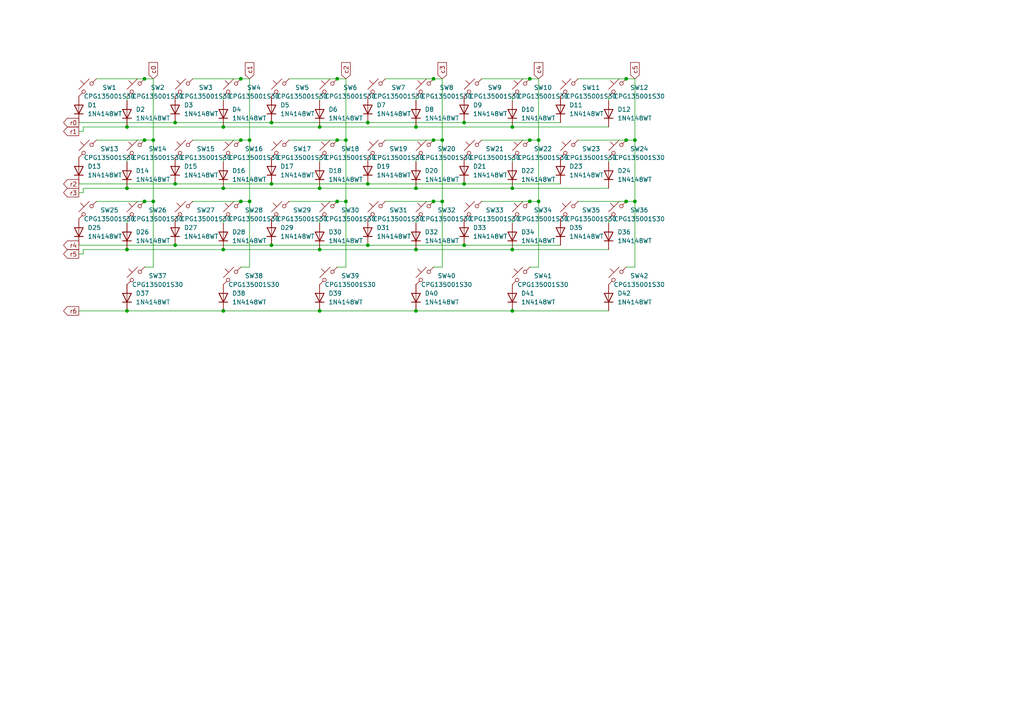
<source format=kicad_sch>
(kicad_sch (version 20211123) (generator eeschema)
  (paper "A4")
  (lib_symbols
    (symbol "Diode:1N4148WT" (pin_numbers hide) (pin_names (offset 1.016) hide)
      (property "Reference" "D" (at 0 2.54 0))
      (property "Value" "1N4148WT" (at 0 -2.54 0))
      (symbol "1N4148WT_0_1"
        (polyline (pts (xy -1.27 1.27) (xy -1.27 -1.27)) (stroke (width 0.254)))
        (polyline (pts (xy 1.27 0) (xy -1.27 0)))
        (polyline (pts (xy 1.27 1.27) (xy 1.27 -1.27) (xy -1.27 0) (xy 1.27 1.27)) (stroke (width 0.254)))
      )
      (symbol "1N4148WT_1_1"
        (pin passive line (at -3.81 0 0) (length 2.54) (name "K") (number "1"))
        (pin passive line (at 3.81 0 180) (length 2.54) (name "A") (number "2"))
      )
    )
    (symbol "Switch:SW_Push_45deg" (pin_numbers hide) (pin_names (offset 1.016) hide)
      (property "Reference" "SW" (at 3.048 1.016 0))
      (property "Value" "SW_Push_45deg" (at 0 -3.81 0))
      (symbol "SW_Push_45deg_0_1"
        (circle (center -1.1684 1.1684) (radius 0.508))
        (polyline (pts (xy -0.508 2.54) (xy 2.54 -0.508)))
        (polyline (pts (xy 1.016 1.016) (xy 2.032 2.032)))
        (polyline (pts (xy -2.54 2.54) (xy -1.524 1.524) (xy -1.524 1.524)))
        (polyline (pts (xy 1.524 -1.524) (xy 2.54 -2.54) (xy 2.54 -2.54) (xy 2.54 -2.54)))
        (circle (center 1.143 -1.1938) (radius 0.508))
        (pin passive line (at -2.54 2.54 0) (length 0) (name "1") (number "1"))
        (pin passive line (at 2.54 -2.54 180) (length 0) (name "2") (number "2"))
      )
    )
  )
  (junction (at 181.61 22.86))
  (junction (at 44.45 40.64))
  (junction (at 148.59 72.39))
  (junction (at 120.65 72.39))
  (junction (at 153.67 40.64))
  (junction (at 134.62 53.34))
  (junction (at 153.67 58.42))
  (junction (at 64.77 72.39))
  (junction (at 156.21 40.64))
  (junction (at 134.62 71.12))
  (junction (at 128.27 40.64))
  (junction (at 50.8 35.56))
  (junction (at 50.8 71.12))
  (junction (at 64.77 54.61))
  (junction (at 100.33 58.42))
  (junction (at 36.83 72.39))
  (junction (at 125.73 40.64))
  (junction (at 36.83 54.61))
  (junction (at 106.68 71.12))
  (junction (at 153.67 22.86))
  (junction (at 106.68 35.56))
  (junction (at 50.8 53.34))
  (junction (at 97.79 58.42))
  (junction (at 92.71 90.17))
  (junction (at 120.65 36.83))
  (junction (at 41.91 58.42))
  (junction (at 148.59 90.17))
  (junction (at 36.83 90.17))
  (junction (at 69.85 58.42))
  (junction (at 64.77 90.17))
  (junction (at 128.27 58.42))
  (junction (at 41.91 22.86))
  (junction (at 41.91 40.64))
  (junction (at 156.21 58.42))
  (junction (at 72.39 58.42))
  (junction (at 148.59 36.83))
  (junction (at 184.15 40.64))
  (junction (at 97.79 22.86))
  (junction (at 92.71 36.83))
  (junction (at 181.61 40.64))
  (junction (at 120.65 90.17))
  (junction (at 181.61 58.42))
  (junction (at 44.45 58.42))
  (junction (at 97.79 40.64))
  (junction (at 134.62 35.56))
  (junction (at 78.74 35.56))
  (junction (at 69.85 22.86))
  (junction (at 72.39 40.64))
  (junction (at 184.15 58.42))
  (junction (at 92.71 54.61))
  (junction (at 36.83 36.83))
  (junction (at 106.68 53.34))
  (junction (at 125.73 58.42))
  (junction (at 92.71 72.39))
  (junction (at 78.74 53.34))
  (junction (at 100.33 40.64))
  (junction (at 78.74 71.12))
  (junction (at 120.65 54.61))
  (junction (at 148.59 54.61))
  (junction (at 64.77 36.83))
  (junction (at 125.73 22.86))
  (junction (at 69.85 40.64))
  (wire (pts (xy 44.45 77.47) (xy 44.45 58.42)))
  (wire (pts (xy 72.39 40.64) (xy 69.85 40.64)))
  (wire (pts (xy 36.83 72.39) (xy 64.77 72.39)))
  (wire (pts (xy 44.45 22.86) (xy 41.91 22.86)))
  (wire (pts (xy 181.61 77.47) (xy 184.15 77.47)))
  (wire (pts (xy 24.13 36.83) (xy 24.13 38.1)))
  (wire (pts (xy 24.13 73.66) (xy 22.86 73.66)))
  (wire (pts (xy 44.45 58.42) (xy 44.45 40.64)))
  (wire (pts (xy 100.33 40.64) (xy 97.79 40.64)))
  (wire (pts (xy 44.45 40.64) (xy 41.91 40.64)))
  (wire (pts (xy 92.71 90.17) (xy 120.65 90.17)))
  (wire (pts (xy 55.88 58.42) (xy 69.85 58.42)))
  (wire (pts (xy 22.86 53.34) (xy 50.8 53.34)))
  (wire (pts (xy 176.53 27.94) (xy 176.53 29.21)))
  (wire (pts (xy 134.62 71.12) (xy 162.56 71.12)))
  (wire (pts (xy 50.8 71.12) (xy 78.74 71.12)))
  (wire (pts (xy 69.85 77.47) (xy 72.39 77.47)))
  (wire (pts (xy 22.86 55.88) (xy 24.13 55.88)))
  (wire (pts (xy 44.45 40.64) (xy 44.45 22.86)))
  (wire (pts (xy 24.13 54.61) (xy 24.13 55.88)))
  (wire (pts (xy 128.27 40.64) (xy 125.73 40.64)))
  (wire (pts (xy 64.77 63.5) (xy 64.77 64.77)))
  (wire (pts (xy 64.77 90.17) (xy 92.71 90.17)))
  (wire (pts (xy 167.64 22.86) (xy 181.61 22.86)))
  (wire (pts (xy 41.91 77.47) (xy 44.45 77.47)))
  (wire (pts (xy 134.62 53.34) (xy 162.56 53.34)))
  (wire (pts (xy 100.33 77.47) (xy 100.33 58.42)))
  (wire (pts (xy 181.61 58.42) (xy 184.15 58.42)))
  (wire (pts (xy 139.7 58.42) (xy 153.67 58.42)))
  (wire (pts (xy 78.74 71.12) (xy 106.68 71.12)))
  (wire (pts (xy 156.21 58.42) (xy 156.21 40.64)))
  (wire (pts (xy 92.71 27.94) (xy 92.71 29.21)))
  (wire (pts (xy 55.88 40.64) (xy 69.85 40.64)))
  (wire (pts (xy 83.82 58.42) (xy 97.79 58.42)))
  (wire (pts (xy 36.83 27.94) (xy 36.83 29.21)))
  (wire (pts (xy 153.67 58.42) (xy 156.21 58.42)))
  (wire (pts (xy 55.88 22.86) (xy 69.85 22.86)))
  (wire (pts (xy 100.33 40.64) (xy 100.33 22.86)))
  (wire (pts (xy 92.71 36.83) (xy 120.65 36.83)))
  (wire (pts (xy 120.65 54.61) (xy 148.59 54.61)))
  (wire (pts (xy 148.59 27.94) (xy 148.59 29.21)))
  (wire (pts (xy 148.59 45.72) (xy 148.59 46.99)))
  (wire (pts (xy 64.77 72.39) (xy 92.71 72.39)))
  (wire (pts (xy 176.53 45.72) (xy 176.53 46.99)))
  (wire (pts (xy 106.68 35.56) (xy 134.62 35.56)))
  (wire (pts (xy 92.71 54.61) (xy 120.65 54.61)))
  (wire (pts (xy 120.65 45.72) (xy 120.65 46.99)))
  (wire (pts (xy 27.94 22.86) (xy 41.91 22.86)))
  (wire (pts (xy 97.79 77.47) (xy 100.33 77.47)))
  (wire (pts (xy 36.83 54.61) (xy 64.77 54.61)))
  (wire (pts (xy 27.94 58.42) (xy 41.91 58.42)))
  (wire (pts (xy 83.82 22.86) (xy 97.79 22.86)))
  (wire (pts (xy 128.27 22.86) (xy 125.73 22.86)))
  (wire (pts (xy 120.65 90.17) (xy 148.59 90.17)))
  (wire (pts (xy 50.8 53.34) (xy 78.74 53.34)))
  (wire (pts (xy 83.82 40.64) (xy 97.79 40.64)))
  (wire (pts (xy 78.74 53.34) (xy 106.68 53.34)))
  (wire (pts (xy 167.64 58.42) (xy 181.61 58.42)))
  (wire (pts (xy 120.65 63.5) (xy 120.65 64.77)))
  (wire (pts (xy 44.45 58.42) (xy 41.91 58.42)))
  (wire (pts (xy 125.73 58.42) (xy 128.27 58.42)))
  (wire (pts (xy 111.76 22.86) (xy 125.73 22.86)))
  (wire (pts (xy 106.68 53.34) (xy 134.62 53.34)))
  (wire (pts (xy 27.94 40.64) (xy 41.91 40.64)))
  (wire (pts (xy 156.21 40.64) (xy 153.67 40.64)))
  (wire (pts (xy 64.77 36.83) (xy 92.71 36.83)))
  (wire (pts (xy 111.76 40.64) (xy 125.73 40.64)))
  (wire (pts (xy 64.77 54.61) (xy 92.71 54.61)))
  (wire (pts (xy 69.85 58.42) (xy 72.39 58.42)))
  (wire (pts (xy 92.71 72.39) (xy 120.65 72.39)))
  (wire (pts (xy 92.71 63.5) (xy 92.71 64.77)))
  (wire (pts (xy 128.27 77.47) (xy 128.27 58.42)))
  (wire (pts (xy 120.65 27.94) (xy 120.65 29.21)))
  (wire (pts (xy 125.73 77.47) (xy 128.27 77.47)))
  (wire (pts (xy 148.59 54.61) (xy 176.53 54.61)))
  (wire (pts (xy 120.65 72.39) (xy 148.59 72.39)))
  (wire (pts (xy 111.76 58.42) (xy 125.73 58.42)))
  (wire (pts (xy 22.86 35.56) (xy 50.8 35.56)))
  (wire (pts (xy 24.13 36.83) (xy 36.83 36.83)))
  (wire (pts (xy 184.15 58.42) (xy 184.15 40.64)))
  (wire (pts (xy 176.53 63.5) (xy 176.53 64.77)))
  (wire (pts (xy 156.21 40.64) (xy 156.21 22.86)))
  (wire (pts (xy 134.62 35.56) (xy 162.56 35.56)))
  (wire (pts (xy 24.13 72.39) (xy 36.83 72.39)))
  (wire (pts (xy 64.77 45.72) (xy 64.77 46.99)))
  (wire (pts (xy 167.64 40.64) (xy 181.61 40.64)))
  (wire (pts (xy 156.21 77.47) (xy 156.21 58.42)))
  (wire (pts (xy 120.65 36.83) (xy 148.59 36.83)))
  (wire (pts (xy 156.21 22.86) (xy 153.67 22.86)))
  (wire (pts (xy 148.59 63.5) (xy 148.59 64.77)))
  (wire (pts (xy 22.86 71.12) (xy 50.8 71.12)))
  (wire (pts (xy 72.39 58.42) (xy 72.39 40.64)))
  (wire (pts (xy 153.67 77.47) (xy 156.21 77.47)))
  (wire (pts (xy 184.15 77.47) (xy 184.15 58.42)))
  (wire (pts (xy 24.13 54.61) (xy 36.83 54.61)))
  (wire (pts (xy 148.59 90.17) (xy 176.53 90.17)))
  (wire (pts (xy 139.7 40.64) (xy 153.67 40.64)))
  (wire (pts (xy 184.15 22.86) (xy 181.61 22.86)))
  (wire (pts (xy 72.39 40.64) (xy 72.39 22.86)))
  (wire (pts (xy 148.59 36.83) (xy 176.53 36.83)))
  (wire (pts (xy 36.83 45.72) (xy 36.83 46.99)))
  (wire (pts (xy 72.39 22.86) (xy 69.85 22.86)))
  (wire (pts (xy 36.83 90.17) (xy 64.77 90.17)))
  (wire (pts (xy 24.13 72.39) (xy 24.13 73.66)))
  (wire (pts (xy 139.7 22.86) (xy 153.67 22.86)))
  (wire (pts (xy 36.83 63.5) (xy 36.83 64.77)))
  (wire (pts (xy 24.13 38.1) (xy 22.86 38.1)))
  (wire (pts (xy 128.27 58.42) (xy 128.27 40.64)))
  (wire (pts (xy 184.15 40.64) (xy 181.61 40.64)))
  (wire (pts (xy 106.68 71.12) (xy 134.62 71.12)))
  (wire (pts (xy 92.71 45.72) (xy 92.71 46.99)))
  (wire (pts (xy 100.33 22.86) (xy 97.79 22.86)))
  (wire (pts (xy 97.79 58.42) (xy 100.33 58.42)))
  (wire (pts (xy 72.39 77.47) (xy 72.39 58.42)))
  (wire (pts (xy 78.74 35.56) (xy 106.68 35.56)))
  (wire (pts (xy 100.33 58.42) (xy 100.33 40.64)))
  (wire (pts (xy 22.86 90.17) (xy 36.83 90.17)))
  (wire (pts (xy 50.8 35.56) (xy 78.74 35.56)))
  (wire (pts (xy 148.59 72.39) (xy 176.53 72.39)))
  (wire (pts (xy 36.83 36.83) (xy 64.77 36.83)))
  (wire (pts (xy 64.77 27.94) (xy 64.77 29.21)))
  (wire (pts (xy 128.27 40.64) (xy 128.27 22.86)))
  (wire (pts (xy 184.15 40.64) (xy 184.15 22.86)))
  (global_label "c0" (shape input) (at 44.45 22.86 90) (property "Intersheet References" "${INTERSHEET_REFS}" (effects hide)))
  (global_label "r2" (shape output) (at 22.86 53.34 180) (property "Intersheet References" "${INTERSHEET_REFS}" (effects hide)))
  (global_label "r5" (shape output) (at 22.86 73.66 180) (property "Intersheet References" "${INTERSHEET_REFS}" (effects hide)))
  (global_label "c5" (shape input) (at 184.15 22.86 90) (property "Intersheet References" "${INTERSHEET_REFS}" (effects hide)))
  (global_label "c2" (shape input) (at 100.33 22.86 90) (property "Intersheet References" "${INTERSHEET_REFS}" (effects hide)))
  (global_label "c3" (shape input) (at 128.27 22.86 90) (property "Intersheet References" "${INTERSHEET_REFS}" (effects hide)))
  (global_label "c1" (shape input) (at 72.39 22.86 90) (property "Intersheet References" "${INTERSHEET_REFS}" (effects hide)))
  (global_label "r1" (shape output) (at 22.86 38.1 180) (property "Intersheet References" "${INTERSHEET_REFS}" (effects hide)))
  (global_label "r0" (shape output) (at 22.86 35.56 180) (property "Intersheet References" "${INTERSHEET_REFS}" (effects hide)))
  (global_label "r6" (shape output) (at 22.86 90.17 180) (property "Intersheet References" "${INTERSHEET_REFS}" (effects hide)))
  (global_label "r4" (shape output) (at 22.86 71.12 180) (property "Intersheet References" "${INTERSHEET_REFS}" (effects hide)))
  (global_label "r3" (shape output) (at 22.86 55.88 180) (property "Intersheet References" "${INTERSHEET_REFS}" (effects hide)))
  (global_label "c4" (shape input) (at 156.21 22.86 90) (property "Intersheet References" "${INTERSHEET_REFS}" (effects hide)))
  (symbol (lib_id "Switch:SW_Push_45deg") (at 95.25 43.18 0) (mirror y) (unit 1)
    (property "Reference" "SW18" (at 101.6 43.18 0))
    (property "Value" "CPG135001S30" (at 101.6 45.72 0))
    (property "Footprint" "marbastlib-choc:SW_choc_HS_1u" (effects hide))
  )
  (symbol (lib_id "Switch:SW_Push_45deg") (at 109.22 43.18 0) (mirror y) (unit 1)
    (property "Reference" "SW19" (at 115.57 43.18 0))
    (property "Value" "CPG135001S30" (at 115.57 45.72 0))
    (property "Footprint" "marbastlib-choc:SW_choc_HS_1u" (effects hide))
  )
  (symbol (lib_id "Switch:SW_Push_45deg") (at 165.1 25.4 0) (mirror y) (unit 1)
    (property "Reference" "SW11" (at 171.45 25.4 0))
    (property "Value" "CPG135001S30" (at 171.45 27.94 0))
    (property "Footprint" "marbastlib-choc:SW_choc_HS_1u" (effects hide))
  )
  (symbol (lib_id "Switch:SW_Push_45deg") (at 123.19 43.18 0) (mirror y) (unit 1)
    (property "Reference" "SW20" (at 129.54 43.18 0))
    (property "Value" "CPG135001S30" (at 129.54 45.72 0))
    (property "Footprint" "marbastlib-choc:SW_choc_HS_1u" (effects hide))
  )
  (symbol (lib_id "Diode:1N4148WT") (at 92.71 86.36 90) (unit 1)
    (property "Reference" "D39" (at 95.25 85.0899 90) (effects (justify right)))
    (property "Value" "1N4148WT" (at 95.25 87.6299 90) (effects (justify right)))
    (property "Footprint" "Diode_SMD:D_SOD-523" (effects hide))
    (property "Datasheet" "https://www.diodes.com/assets/Datasheets/ds30396.pdf" (effects hide))
  )
  (symbol (lib_id "Diode:1N4148WT") (at 106.68 31.75 90) (unit 1)
    (property "Reference" "D7" (at 109.22 30.4799 90) (effects (justify right)))
    (property "Value" "1N4148WT" (at 109.22 33.0199 90) (effects (justify right)))
    (property "Footprint" "Diode_SMD:D_SOD-523" (effects hide))
    (property "Datasheet" "https://www.diodes.com/assets/Datasheets/ds30396.pdf" (effects hide))
  )
  (symbol (lib_id "Switch:SW_Push_45deg") (at 39.37 25.4 0) (mirror y) (unit 1)
    (property "Reference" "SW2" (at 45.72 25.4 0))
    (property "Value" "CPG135001S30" (at 45.72 27.94 0))
    (property "Footprint" "marbastlib-choc:SW_choc_HS_1u" (effects hide))
  )
  (symbol (lib_id "Diode:1N4148WT") (at 120.65 33.02 90) (unit 1)
    (property "Reference" "D8" (at 123.19 31.7499 90) (effects (justify right)))
    (property "Value" "1N4148WT" (at 123.19 34.2899 90) (effects (justify right)))
    (property "Footprint" "Diode_SMD:D_SOD-523" (effects hide))
    (property "Datasheet" "https://www.diodes.com/assets/Datasheets/ds30396.pdf" (effects hide))
  )
  (symbol (lib_id "Switch:SW_Push_45deg") (at 53.34 25.4 0) (mirror y) (unit 1)
    (property "Reference" "SW3" (at 59.69 25.4 0))
    (property "Value" "CPG135001S30" (at 59.69 27.94 0))
    (property "Footprint" "marbastlib-choc:SW_choc_HS_1u" (effects hide))
  )
  (symbol (lib_id "Diode:1N4148WT") (at 64.77 86.36 90) (unit 1)
    (property "Reference" "D38" (at 67.31 85.0899 90) (effects (justify right)))
    (property "Value" "1N4148WT" (at 67.31 87.6299 90) (effects (justify right)))
    (property "Footprint" "Diode_SMD:D_SOD-523" (effects hide))
    (property "Datasheet" "https://www.diodes.com/assets/Datasheets/ds30396.pdf" (effects hide))
  )
  (symbol (lib_id "Switch:SW_Push_45deg") (at 25.4 43.18 0) (mirror y) (unit 1)
    (property "Reference" "SW13" (at 31.75 43.18 0))
    (property "Value" "CPG135001S30" (at 31.75 45.72 0))
    (property "Footprint" "marbastlib-choc:SW_choc_HS_1u" (effects hide))
  )
  (symbol (lib_id "Diode:1N4148WT") (at 176.53 68.58 90) (unit 1)
    (property "Reference" "D36" (at 179.07 67.3099 90) (effects (justify right)))
    (property "Value" "1N4148WT" (at 179.07 69.8499 90) (effects (justify right)))
    (property "Footprint" "Diode_SMD:D_SOD-523" (effects hide))
    (property "Datasheet" "https://www.diodes.com/assets/Datasheets/ds30396.pdf" (effects hide))
  )
  (symbol (lib_id "Diode:1N4148WT") (at 148.59 33.02 90) (unit 1)
    (property "Reference" "D10" (at 151.13 31.7499 90) (effects (justify right)))
    (property "Value" "1N4148WT" (at 151.13 34.2899 90) (effects (justify right)))
    (property "Footprint" "Diode_SMD:D_SOD-523" (effects hide))
    (property "Datasheet" "https://www.diodes.com/assets/Datasheets/ds30396.pdf" (effects hide))
  )
  (symbol (lib_id "Switch:SW_Push_45deg") (at 123.19 60.96 0) (mirror y) (unit 1)
    (property "Reference" "SW32" (at 129.54 60.96 0))
    (property "Value" "CPG135001S30" (at 129.54 63.5 0))
    (property "Footprint" "marbastlib-choc:SW_choc_HS_1u" (effects hide))
  )
  (symbol (lib_id "Switch:SW_Push_45deg") (at 67.31 80.01 0) (mirror y) (unit 1)
    (property "Reference" "SW38" (at 73.66 80.01 0))
    (property "Value" "CPG135001S30" (at 73.66 82.55 0))
    (property "Footprint" "marbastlib-choc:SW_choc_HS_1u" (effects hide))
  )
  (symbol (lib_id "Diode:1N4148WT") (at 78.74 31.75 90) (unit 1)
    (property "Reference" "D5" (at 81.28 30.4799 90) (effects (justify right)))
    (property "Value" "1N4148WT" (at 81.28 33.0199 90) (effects (justify right)))
    (property "Footprint" "Diode_SMD:D_SOD-523" (effects hide))
    (property "Datasheet" "https://www.diodes.com/assets/Datasheets/ds30396.pdf" (effects hide))
  )
  (symbol (lib_id "Switch:SW_Push_45deg") (at 179.07 25.4 0) (mirror y) (unit 1)
    (property "Reference" "SW12" (at 185.42 25.4 0))
    (property "Value" "CPG135001S30" (at 185.42 27.94 0))
    (property "Footprint" "marbastlib-choc:SW_choc_HS_1u" (effects hide))
  )
  (symbol (lib_id "Diode:1N4148WT") (at 134.62 31.75 90) (unit 1)
    (property "Reference" "D9" (at 137.16 30.4799 90) (effects (justify right)))
    (property "Value" "1N4148WT" (at 137.16 33.0199 90) (effects (justify right)))
    (property "Footprint" "Diode_SMD:D_SOD-523" (effects hide))
    (property "Datasheet" "https://www.diodes.com/assets/Datasheets/ds30396.pdf" (effects hide))
  )
  (symbol (lib_id "Diode:1N4148WT") (at 50.8 67.31 90) (unit 1)
    (property "Reference" "D27" (at 53.34 66.0399 90) (effects (justify right)))
    (property "Value" "1N4148WT" (at 53.34 68.5799 90) (effects (justify right)))
    (property "Footprint" "Diode_SMD:D_SOD-523" (effects hide))
    (property "Datasheet" "https://www.diodes.com/assets/Datasheets/ds30396.pdf" (effects hide))
  )
  (symbol (lib_id "Diode:1N4148WT") (at 78.74 49.53 90) (unit 1)
    (property "Reference" "D17" (at 81.28 48.2599 90) (effects (justify right)))
    (property "Value" "1N4148WT" (at 81.28 50.7999 90) (effects (justify right)))
    (property "Footprint" "Diode_SMD:D_SOD-523" (effects hide))
    (property "Datasheet" "https://www.diodes.com/assets/Datasheets/ds30396.pdf" (effects hide))
  )
  (symbol (lib_id "Switch:SW_Push_45deg") (at 109.22 60.96 0) (mirror y) (unit 1)
    (property "Reference" "SW31" (at 115.57 60.96 0))
    (property "Value" "CPG135001S30" (at 115.57 63.5 0))
    (property "Footprint" "marbastlib-choc:SW_choc_HS_1u" (effects hide))
  )
  (symbol (lib_id "Diode:1N4148WT") (at 22.86 67.31 90) (unit 1)
    (property "Reference" "D25" (at 25.4 66.0399 90) (effects (justify right)))
    (property "Value" "1N4148WT" (at 25.4 68.5799 90) (effects (justify right)))
    (property "Footprint" "Diode_SMD:D_SOD-523" (effects hide))
    (property "Datasheet" "https://www.diodes.com/assets/Datasheets/ds30396.pdf" (effects hide))
  )
  (symbol (lib_id "Switch:SW_Push_45deg") (at 151.13 60.96 0) (mirror y) (unit 1)
    (property "Reference" "SW34" (at 157.48 60.96 0))
    (property "Value" "CPG135001S30" (at 157.48 63.5 0))
    (property "Footprint" "marbastlib-choc:SW_choc_HS_1u" (effects hide))
  )
  (symbol (lib_id "Switch:SW_Push_45deg") (at 95.25 60.96 0) (mirror y) (unit 1)
    (property "Reference" "SW30" (at 101.6 60.96 0))
    (property "Value" "CPG135001S30" (at 101.6 63.5 0))
    (property "Footprint" "marbastlib-choc:SW_choc_HS_1u" (effects hide))
  )
  (symbol (lib_id "Switch:SW_Push_45deg") (at 137.16 25.4 0) (mirror y) (unit 1)
    (property "Reference" "SW9" (at 143.51 25.4 0))
    (property "Value" "CPG135001S30" (at 143.51 27.94 0))
    (property "Footprint" "marbastlib-choc:SW_choc_HS_1u" (effects hide))
  )
  (symbol (lib_id "Switch:SW_Push_45deg") (at 123.19 80.01 0) (mirror y) (unit 1)
    (property "Reference" "SW40" (at 129.54 80.01 0))
    (property "Value" "CPG135001S30" (at 129.54 82.55 0))
    (property "Footprint" "marbastlib-choc:SW_choc_HS_1.5u" (effects hide))
  )
  (symbol (lib_id "Diode:1N4148WT") (at 120.65 50.8 90) (unit 1)
    (property "Reference" "D20" (at 123.19 49.5299 90) (effects (justify right)))
    (property "Value" "1N4148WT" (at 123.19 52.0699 90) (effects (justify right)))
    (property "Footprint" "Diode_SMD:D_SOD-523" (effects hide))
    (property "Datasheet" "https://www.diodes.com/assets/Datasheets/ds30396.pdf" (effects hide))
  )
  (symbol (lib_id "Diode:1N4148WT") (at 22.86 31.75 90) (unit 1)
    (property "Reference" "D1" (at 25.4 30.4799 90) (effects (justify right)))
    (property "Value" "1N4148WT" (at 25.4 33.0199 90) (effects (justify right)))
    (property "Footprint" "Diode_SMD:D_SOD-523" (effects hide))
    (property "Datasheet" "https://www.diodes.com/assets/Datasheets/ds30396.pdf" (effects hide))
  )
  (symbol (lib_id "Diode:1N4148WT") (at 36.83 68.58 90) (unit 1)
    (property "Reference" "D26" (at 39.37 67.3099 90) (effects (justify right)))
    (property "Value" "1N4148WT" (at 39.37 69.8499 90) (effects (justify right)))
    (property "Footprint" "Diode_SMD:D_SOD-523" (effects hide))
    (property "Datasheet" "https://www.diodes.com/assets/Datasheets/ds30396.pdf" (effects hide))
  )
  (symbol (lib_id "Switch:SW_Push_45deg") (at 67.31 43.18 0) (mirror y) (unit 1)
    (property "Reference" "SW16" (at 73.66 43.18 0))
    (property "Value" "CPG135001S30" (at 73.66 45.72 0))
    (property "Footprint" "marbastlib-choc:SW_choc_HS_1u" (effects hide))
  )
  (symbol (lib_id "Switch:SW_Push_45deg") (at 25.4 60.96 0) (mirror y) (unit 1)
    (property "Reference" "SW25" (at 31.75 60.96 0))
    (property "Value" "CPG135001S30" (at 31.75 63.5 0))
    (property "Footprint" "marbastlib-choc:SW_choc_HS_1u" (effects hide))
  )
  (symbol (lib_id "Switch:SW_Push_45deg") (at 67.31 60.96 0) (mirror y) (unit 1)
    (property "Reference" "SW28" (at 73.66 60.96 0))
    (property "Value" "CPG135001S30" (at 73.66 63.5 0))
    (property "Footprint" "marbastlib-choc:SW_choc_HS_1u" (effects hide))
  )
  (symbol (lib_id "Diode:1N4148WT") (at 92.71 68.58 90) (unit 1)
    (property "Reference" "D30" (at 95.25 67.3099 90) (effects (justify right)))
    (property "Value" "1N4148WT" (at 95.25 69.8499 90) (effects (justify right)))
    (property "Footprint" "Diode_SMD:D_SOD-523" (effects hide))
    (property "Datasheet" "https://www.diodes.com/assets/Datasheets/ds30396.pdf" (effects hide))
  )
  (symbol (lib_id "Switch:SW_Push_45deg") (at 151.13 25.4 0) (mirror y) (unit 1)
    (property "Reference" "SW10" (at 157.48 25.4 0))
    (property "Value" "CPG135001S30" (at 157.48 27.94 0))
    (property "Footprint" "marbastlib-choc:SW_choc_HS_1u" (effects hide))
  )
  (symbol (lib_id "Diode:1N4148WT") (at 92.71 50.8 90) (unit 1)
    (property "Reference" "D18" (at 95.25 49.5299 90) (effects (justify right)))
    (property "Value" "1N4148WT" (at 95.25 52.0699 90) (effects (justify right)))
    (property "Footprint" "Diode_SMD:D_SOD-523" (effects hide))
    (property "Datasheet" "https://www.diodes.com/assets/Datasheets/ds30396.pdf" (effects hide))
  )
  (symbol (lib_id "Diode:1N4148WT") (at 36.83 50.8 90) (unit 1)
    (property "Reference" "D14" (at 39.37 49.5299 90) (effects (justify right)))
    (property "Value" "1N4148WT" (at 39.37 52.0699 90) (effects (justify right)))
    (property "Footprint" "Diode_SMD:D_SOD-523" (effects hide))
    (property "Datasheet" "https://www.diodes.com/assets/Datasheets/ds30396.pdf" (effects hide))
  )
  (symbol (lib_id "Diode:1N4148WT") (at 92.71 33.02 90) (unit 1)
    (property "Reference" "D6" (at 95.25 31.7499 90) (effects (justify right)))
    (property "Value" "1N4148WT" (at 95.25 34.2899 90) (effects (justify right)))
    (property "Footprint" "Diode_SMD:D_SOD-523" (effects hide))
    (property "Datasheet" "https://www.diodes.com/assets/Datasheets/ds30396.pdf" (effects hide))
  )
  (symbol (lib_id "Switch:SW_Push_45deg") (at 179.07 80.01 0) (mirror y) (unit 1)
    (property "Reference" "SW42" (at 185.42 80.01 0))
    (property "Value" "CPG135001S30" (at 185.42 82.55 0))
    (property "Footprint" "marbastlib-choc:SW_choc_HS_1u" (effects hide))
  )
  (symbol (lib_id "Diode:1N4148WT") (at 134.62 49.53 90) (unit 1)
    (property "Reference" "D21" (at 137.16 48.2599 90) (effects (justify right)))
    (property "Value" "1N4148WT" (at 137.16 50.7999 90) (effects (justify right)))
    (property "Footprint" "Diode_SMD:D_SOD-523" (effects hide))
    (property "Datasheet" "https://www.diodes.com/assets/Datasheets/ds30396.pdf" (effects hide))
  )
  (symbol (lib_id "Diode:1N4148WT") (at 64.77 33.02 90) (unit 1)
    (property "Reference" "D4" (at 67.31 31.7499 90) (effects (justify right)))
    (property "Value" "1N4148WT" (at 67.31 34.2899 90) (effects (justify right)))
    (property "Footprint" "Diode_SMD:D_SOD-523" (effects hide))
    (property "Datasheet" "https://www.diodes.com/assets/Datasheets/ds30396.pdf" (effects hide))
  )
  (symbol (lib_id "Switch:SW_Push_45deg") (at 81.28 25.4 0) (mirror y) (unit 1)
    (property "Reference" "SW5" (at 87.63 25.4 0))
    (property "Value" "CPG135001S30" (at 87.63 27.94 0))
    (property "Footprint" "marbastlib-choc:SW_choc_HS_1u" (effects hide))
  )
  (symbol (lib_id "Switch:SW_Push_45deg") (at 81.28 60.96 0) (mirror y) (unit 1)
    (property "Reference" "SW29" (at 87.63 60.96 0))
    (property "Value" "CPG135001S30" (at 87.63 63.5 0))
    (property "Footprint" "marbastlib-choc:SW_choc_HS_1u" (effects hide))
  )
  (symbol (lib_id "Switch:SW_Push_45deg") (at 151.13 43.18 0) (mirror y) (unit 1)
    (property "Reference" "SW22" (at 157.48 43.18 0))
    (property "Value" "CPG135001S30" (at 157.48 45.72 0))
    (property "Footprint" "marbastlib-choc:SW_choc_HS_1u" (effects hide))
  )
  (symbol (lib_id "Diode:1N4148WT") (at 134.62 67.31 90) (unit 1)
    (property "Reference" "D33" (at 137.16 66.0399 90) (effects (justify right)))
    (property "Value" "1N4148WT" (at 137.16 68.5799 90) (effects (justify right)))
    (property "Footprint" "Diode_SMD:D_SOD-523" (effects hide))
    (property "Datasheet" "https://www.diodes.com/assets/Datasheets/ds30396.pdf" (effects hide))
  )
  (symbol (lib_id "Switch:SW_Push_45deg") (at 151.13 80.01 0) (mirror y) (unit 1)
    (property "Reference" "SW41" (at 157.48 80.01 0))
    (property "Value" "CPG135001S30" (at 157.48 82.55 0))
    (property "Footprint" "marbastlib-choc:SW_choc_HS_1u" (effects hide))
  )
  (symbol (lib_id "Diode:1N4148WT") (at 50.8 31.75 90) (unit 1)
    (property "Reference" "D3" (at 53.34 30.4799 90) (effects (justify right)))
    (property "Value" "1N4148WT" (at 53.34 33.0199 90) (effects (justify right)))
    (property "Footprint" "Diode_SMD:D_SOD-523" (effects hide))
    (property "Datasheet" "https://www.diodes.com/assets/Datasheets/ds30396.pdf" (effects hide))
  )
  (symbol (lib_id "Switch:SW_Push_45deg") (at 53.34 60.96 0) (mirror y) (unit 1)
    (property "Reference" "SW27" (at 59.69 60.96 0))
    (property "Value" "CPG135001S30" (at 59.69 63.5 0))
    (property "Footprint" "marbastlib-choc:SW_choc_HS_1u" (effects hide))
  )
  (symbol (lib_id "Diode:1N4148WT") (at 162.56 67.31 90) (unit 1)
    (property "Reference" "D35" (at 165.1 66.0399 90) (effects (justify right)))
    (property "Value" "1N4148WT" (at 165.1 68.5799 90) (effects (justify right)))
    (property "Footprint" "Diode_SMD:D_SOD-523" (effects hide))
    (property "Datasheet" "https://www.diodes.com/assets/Datasheets/ds30396.pdf" (effects hide))
  )
  (symbol (lib_id "Switch:SW_Push_45deg") (at 179.07 60.96 0) (mirror y) (unit 1)
    (property "Reference" "SW36" (at 185.42 60.96 0))
    (property "Value" "CPG135001S30" (at 185.42 63.5 0))
    (property "Footprint" "marbastlib-choc:SW_choc_HS_1u" (effects hide))
  )
  (symbol (lib_id "Switch:SW_Push_45deg") (at 39.37 43.18 0) (mirror y) (unit 1)
    (property "Reference" "SW14" (at 45.72 43.18 0))
    (property "Value" "CPG135001S30" (at 45.72 45.72 0))
    (property "Footprint" "marbastlib-choc:SW_choc_HS_1u" (effects hide))
  )
  (symbol (lib_id "Switch:SW_Push_45deg") (at 109.22 25.4 0) (mirror y) (unit 1)
    (property "Reference" "SW7" (at 115.57 25.4 0))
    (property "Value" "CPG135001S30" (at 115.57 27.94 0))
    (property "Footprint" "marbastlib-choc:SW_choc_HS_1u" (effects hide))
  )
  (symbol (lib_id "Diode:1N4148WT") (at 50.8 49.53 90) (unit 1)
    (property "Reference" "D15" (at 53.34 48.2599 90) (effects (justify right)))
    (property "Value" "1N4148WT" (at 53.34 50.7999 90) (effects (justify right)))
    (property "Footprint" "Diode_SMD:D_SOD-523" (effects hide))
    (property "Datasheet" "https://www.diodes.com/assets/Datasheets/ds30396.pdf" (effects hide))
  )
  (symbol (lib_id "Diode:1N4148WT") (at 162.56 49.53 90) (unit 1)
    (property "Reference" "D23" (at 165.1 48.2599 90) (effects (justify right)))
    (property "Value" "1N4148WT" (at 165.1 50.7999 90) (effects (justify right)))
    (property "Footprint" "Diode_SMD:D_SOD-523" (effects hide))
    (property "Datasheet" "https://www.diodes.com/assets/Datasheets/ds30396.pdf" (effects hide))
  )
  (symbol (lib_id "Diode:1N4148WT") (at 64.77 68.58 90) (unit 1)
    (property "Reference" "D28" (at 67.31 67.3099 90) (effects (justify right)))
    (property "Value" "1N4148WT" (at 67.31 69.8499 90) (effects (justify right)))
    (property "Footprint" "Diode_SMD:D_SOD-523" (effects hide))
    (property "Datasheet" "https://www.diodes.com/assets/Datasheets/ds30396.pdf" (effects hide))
  )
  (symbol (lib_id "Switch:SW_Push_45deg") (at 81.28 43.18 0) (mirror y) (unit 1)
    (property "Reference" "SW17" (at 87.63 43.18 0))
    (property "Value" "CPG135001S30" (at 87.63 45.72 0))
    (property "Footprint" "marbastlib-choc:SW_choc_HS_1u" (effects hide))
  )
  (symbol (lib_id "Diode:1N4148WT") (at 36.83 86.36 90) (unit 1)
    (property "Reference" "D37" (at 39.37 85.0899 90) (effects (justify right)))
    (property "Value" "1N4148WT" (at 39.37 87.6299 90) (effects (justify right)))
    (property "Footprint" "Diode_SMD:D_SOD-523" (effects hide))
    (property "Datasheet" "https://www.diodes.com/assets/Datasheets/ds30396.pdf" (effects hide))
  )
  (symbol (lib_id "Diode:1N4148WT") (at 64.77 50.8 90) (unit 1)
    (property "Reference" "D16" (at 67.31 49.5299 90) (effects (justify right)))
    (property "Value" "1N4148WT" (at 67.31 52.0699 90) (effects (justify right)))
    (property "Footprint" "Diode_SMD:D_SOD-523" (effects hide))
    (property "Datasheet" "https://www.diodes.com/assets/Datasheets/ds30396.pdf" (effects hide))
  )
  (symbol (lib_id "Switch:SW_Push_45deg") (at 53.34 43.18 0) (mirror y) (unit 1)
    (property "Reference" "SW15" (at 59.69 43.18 0))
    (property "Value" "CPG135001S30" (at 59.69 45.72 0))
    (property "Footprint" "marbastlib-choc:SW_choc_HS_1u" (effects hide))
  )
  (symbol (lib_id "Switch:SW_Push_45deg") (at 67.31 25.4 0) (mirror y) (unit 1)
    (property "Reference" "SW4" (at 73.66 25.4 0))
    (property "Value" "CPG135001S30" (at 73.66 27.94 0))
    (property "Footprint" "marbastlib-choc:SW_choc_HS_1u" (effects hide))
  )
  (symbol (lib_id "Switch:SW_Push_45deg") (at 39.37 60.96 0) (mirror y) (unit 1)
    (property "Reference" "SW26" (at 45.72 60.96 0))
    (property "Value" "CPG135001S30" (at 45.72 63.5 0))
    (property "Footprint" "marbastlib-choc:SW_choc_HS_1u" (effects hide))
  )
  (symbol (lib_id "Diode:1N4148WT") (at 36.83 33.02 90) (unit 1)
    (property "Reference" "D2" (at 39.37 31.7499 90) (effects (justify right)))
    (property "Value" "1N4148WT" (at 39.37 34.2899 90) (effects (justify right)))
    (property "Footprint" "Diode_SMD:D_SOD-523" (effects hide))
    (property "Datasheet" "https://www.diodes.com/assets/Datasheets/ds30396.pdf" (effects hide))
  )
  (symbol (lib_id "Diode:1N4148WT") (at 148.59 68.58 90) (unit 1)
    (property "Reference" "D34" (at 151.13 67.3099 90) (effects (justify right)))
    (property "Value" "1N4148WT" (at 151.13 69.8499 90) (effects (justify right)))
    (property "Footprint" "Diode_SMD:D_SOD-523" (effects hide))
    (property "Datasheet" "https://www.diodes.com/assets/Datasheets/ds30396.pdf" (effects hide))
  )
  (symbol (lib_id "Switch:SW_Push_45deg") (at 95.25 25.4 0) (mirror y) (unit 1)
    (property "Reference" "SW6" (at 101.6 25.4 0))
    (property "Value" "CPG135001S30" (at 101.6 27.94 0))
    (property "Footprint" "marbastlib-choc:SW_choc_HS_1u" (effects hide))
  )
  (symbol (lib_id "Diode:1N4148WT") (at 148.59 50.8 90) (unit 1)
    (property "Reference" "D22" (at 151.13 49.5299 90) (effects (justify right)))
    (property "Value" "1N4148WT" (at 151.13 52.0699 90) (effects (justify right)))
    (property "Footprint" "Diode_SMD:D_SOD-523" (effects hide))
    (property "Datasheet" "https://www.diodes.com/assets/Datasheets/ds30396.pdf" (effects hide))
  )
  (symbol (lib_id "Diode:1N4148WT") (at 106.68 67.31 90) (unit 1)
    (property "Reference" "D31" (at 109.22 66.0399 90) (effects (justify right)))
    (property "Value" "1N4148WT" (at 109.22 68.5799 90) (effects (justify right)))
    (property "Footprint" "Diode_SMD:D_SOD-523" (effects hide))
    (property "Datasheet" "https://www.diodes.com/assets/Datasheets/ds30396.pdf" (effects hide))
  )
  (symbol (lib_id "Switch:SW_Push_45deg") (at 25.4 25.4 0) (mirror y) (unit 1)
    (property "Reference" "SW1" (at 31.75 25.4 0))
    (property "Value" "CPG135001S30" (at 31.75 27.94 0))
    (property "Footprint" "marbastlib-choc:SW_choc_HS_1u" (effects hide))
  )
  (symbol (lib_id "Diode:1N4148WT") (at 120.65 68.58 90) (unit 1)
    (property "Reference" "D32" (at 123.19 67.3099 90) (effects (justify right)))
    (property "Value" "1N4148WT" (at 123.19 69.8499 90) (effects (justify right)))
    (property "Footprint" "Diode_SMD:D_SOD-523" (effects hide))
    (property "Datasheet" "https://www.diodes.com/assets/Datasheets/ds30396.pdf" (effects hide))
  )
  (symbol (lib_id "Diode:1N4148WT") (at 120.65 86.36 90) (unit 1)
    (property "Reference" "D40" (at 123.19 85.0899 90) (effects (justify right)))
    (property "Value" "1N4148WT" (at 123.19 87.6299 90) (effects (justify right)))
    (property "Footprint" "Diode_SMD:D_SOD-523" (effects hide))
    (property "Datasheet" "https://www.diodes.com/assets/Datasheets/ds30396.pdf" (effects hide))
  )
  (symbol (lib_id "Diode:1N4148WT") (at 22.86 49.53 90) (unit 1)
    (property "Reference" "D13" (at 25.4 48.2599 90) (effects (justify right)))
    (property "Value" "1N4148WT" (at 25.4 50.7999 90) (effects (justify right)))
    (property "Footprint" "Diode_SMD:D_SOD-523" (effects hide))
    (property "Datasheet" "https://www.diodes.com/assets/Datasheets/ds30396.pdf" (effects hide))
  )
  (symbol (lib_id "Diode:1N4148WT") (at 176.53 86.36 90) (unit 1)
    (property "Reference" "D42" (at 179.07 85.0899 90) (effects (justify right)))
    (property "Value" "1N4148WT" (at 179.07 87.6299 90) (effects (justify right)))
    (property "Footprint" "Diode_SMD:D_SOD-523" (effects hide))
    (property "Datasheet" "https://www.diodes.com/assets/Datasheets/ds30396.pdf" (effects hide))
  )
  (symbol (lib_id "Switch:SW_Push_45deg") (at 39.37 80.01 0) (mirror y) (unit 1)
    (property "Reference" "SW37" (at 45.72 80.01 0))
    (property "Value" "CPG135001S30" (at 45.72 82.55 0))
    (property "Footprint" "marbastlib-choc:SW_choc_HS_1u" (effects hide))
  )
  (symbol (lib_id "Switch:SW_Push_45deg") (at 137.16 60.96 0) (mirror y) (unit 1)
    (property "Reference" "SW33" (at 143.51 60.96 0))
    (property "Value" "CPG135001S30" (at 143.51 63.5 0))
    (property "Footprint" "marbastlib-choc:SW_choc_HS_1u" (effects hide))
  )
  (symbol (lib_id "Diode:1N4148WT") (at 176.53 33.02 90) (unit 1)
    (property "Reference" "D12" (at 179.07 31.7499 90) (effects (justify right)))
    (property "Value" "1N4148WT" (at 179.07 34.2899 90) (effects (justify right)))
    (property "Footprint" "Diode_SMD:D_SOD-523" (effects hide))
    (property "Datasheet" "https://www.diodes.com/assets/Datasheets/ds30396.pdf" (effects hide))
  )
  (symbol (lib_id "Diode:1N4148WT") (at 162.56 31.75 90) (unit 1)
    (property "Reference" "D11" (at 165.1 30.4799 90) (effects (justify right)))
    (property "Value" "1N4148WT" (at 165.1 33.0199 90) (effects (justify right)))
    (property "Footprint" "Diode_SMD:D_SOD-523" (effects hide))
    (property "Datasheet" "https://www.diodes.com/assets/Datasheets/ds30396.pdf" (effects hide))
  )
  (symbol (lib_id "Diode:1N4148WT") (at 106.68 49.53 90) (unit 1)
    (property "Reference" "D19" (at 109.22 48.2599 90) (effects (justify right)))
    (property "Value" "1N4148WT" (at 109.22 50.7999 90) (effects (justify right)))
    (property "Footprint" "Diode_SMD:D_SOD-523" (effects hide))
    (property "Datasheet" "https://www.diodes.com/assets/Datasheets/ds30396.pdf" (effects hide))
  )
  (symbol (lib_id "Switch:SW_Push_45deg") (at 165.1 60.96 0) (mirror y) (unit 1)
    (property "Reference" "SW35" (at 171.45 60.96 0))
    (property "Value" "CPG135001S30" (at 171.45 63.5 0))
    (property "Footprint" "marbastlib-choc:SW_choc_HS_1u" (effects hide))
  )
  (symbol (lib_id "Switch:SW_Push_45deg") (at 137.16 43.18 0) (mirror y) (unit 1)
    (property "Reference" "SW21" (at 143.51 43.18 0))
    (property "Value" "CPG135001S30" (at 143.51 45.72 0))
    (property "Footprint" "marbastlib-choc:SW_choc_HS_1u" (effects hide))
  )
  (symbol (lib_id "Diode:1N4148WT") (at 176.53 50.8 90) (unit 1)
    (property "Reference" "D24" (at 179.07 49.5299 90) (effects (justify right)))
    (property "Value" "1N4148WT" (at 179.07 52.0699 90) (effects (justify right)))
    (property "Footprint" "Diode_SMD:D_SOD-523" (effects hide))
    (property "Datasheet" "https://www.diodes.com/assets/Datasheets/ds30396.pdf" (effects hide))
  )
  (symbol (lib_id "Switch:SW_Push_45deg") (at 123.19 25.4 0) (mirror y) (unit 1)
    (property "Reference" "SW8" (at 129.54 25.4 0))
    (property "Value" "CPG135001S30" (at 129.54 27.94 0))
    (property "Footprint" "marbastlib-choc:SW_choc_HS_1u" (effects hide))
  )
  (symbol (lib_id "Switch:SW_Push_45deg") (at 95.25 80.01 0) (mirror y) (unit 1)
    (property "Reference" "SW39" (at 101.6 80.01 0))
    (property "Value" "CPG135001S30" (at 101.6 82.55 0))
    (property "Footprint" "marbastlib-choc:SW_choc_HS_1.5u" (effects hide))
  )
  (symbol (lib_id "Diode:1N4148WT") (at 148.59 86.36 90) (unit 1)
    (property "Reference" "D41" (at 151.13 85.0899 90) (effects (justify right)))
    (property "Value" "1N4148WT" (at 151.13 87.6299 90) (effects (justify right)))
    (property "Footprint" "Diode_SMD:D_SOD-523" (effects hide))
    (property "Datasheet" "https://www.diodes.com/assets/Datasheets/ds30396.pdf" (effects hide))
  )
  (symbol (lib_id "Diode:1N4148WT") (at 78.74 67.31 90) (unit 1)
    (property "Reference" "D29" (at 81.28 66.0399 90) (effects (justify right)))
    (property "Value" "1N4148WT" (at 81.28 68.5799 90) (effects (justify right)))
    (property "Footprint" "Diode_SMD:D_SOD-523" (effects hide))
    (property "Datasheet" "https://www.diodes.com/assets/Datasheets/ds30396.pdf" (effects hide))
  )
  (symbol (lib_id "Switch:SW_Push_45deg") (at 179.07 43.18 0) (mirror y) (unit 1)
    (property "Reference" "SW24" (at 185.42 43.18 0))
    (property "Value" "CPG135001S30" (at 185.42 45.72 0))
    (property "Footprint" "marbastlib-choc:SW_choc_HS_1u" (effects hide))
  )
  (symbol (lib_id "Switch:SW_Push_45deg") (at 165.1 43.18 0) (mirror y) (unit 1)
    (property "Reference" "SW23" (at 171.45 43.18 0))
    (property "Value" "CPG135001S30" (at 171.45 45.72 0))
    (property "Footprint" "marbastlib-choc:SW_choc_HS_1u" (effects hide))
  )
)
</source>
